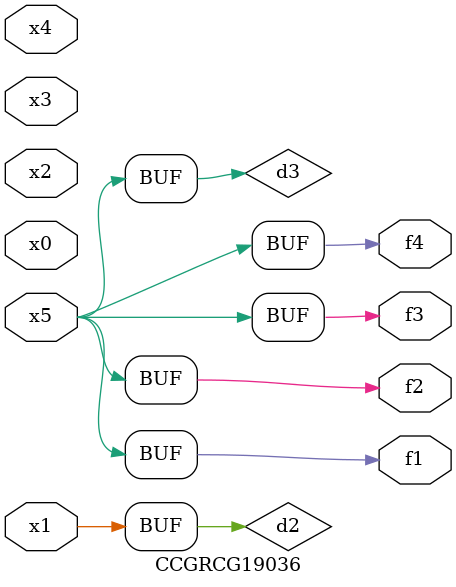
<source format=v>
module CCGRCG19036(
	input x0, x1, x2, x3, x4, x5,
	output f1, f2, f3, f4
);

	wire d1, d2, d3;

	not (d1, x5);
	or (d2, x1);
	xnor (d3, d1);
	assign f1 = d3;
	assign f2 = d3;
	assign f3 = d3;
	assign f4 = d3;
endmodule

</source>
